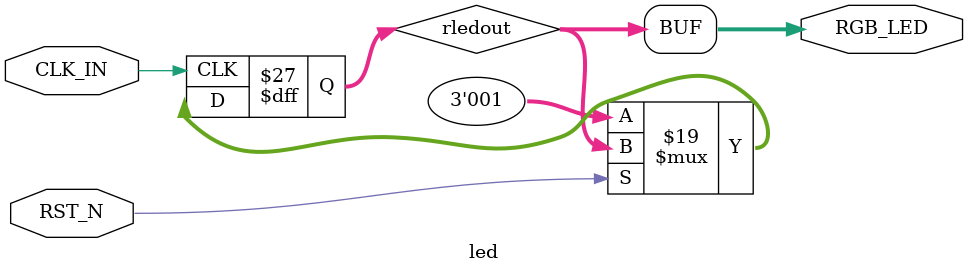
<source format=v>
module led
	(
		input wire CLK_IN,
		input wire RST_N,
		output wire [2:0]RGB_LED
	);

	parameter time1 = 25'd24_000_000;//¾§ÕñÎª24Mhz

	reg [2:0]rledout;
	reg [23:0] count;
	reg [1:0]shift_cnt;
	
	initial
	begin
		count=24'b0;
		rledout=3'b1;
		shift_cnt=2'b0;
	end

	always @(posedge CLK_IN)begin
		if(RST_N==0)begin
			count <= 24'b0;
			rledout <= 3'b1;
			shift_cnt <=2'b0;
		end
	
		if(count == time1)
 		begin 
 			count<= 24'd0;
 			
 			if(shift_cnt==2'b10)begin
				rledout <= 3'b1;
				shift_cnt <=2'b0;
 			end
 			else begin
 				rledout <= {rledout[1:0],1'b0};
				shift_cnt <= shift_cnt + 1'b1;
			end
 		end
 		else
 			count <= count + 1'b1;
	end
	
	assign RGB_LED = rledout;
endmodule

</source>
